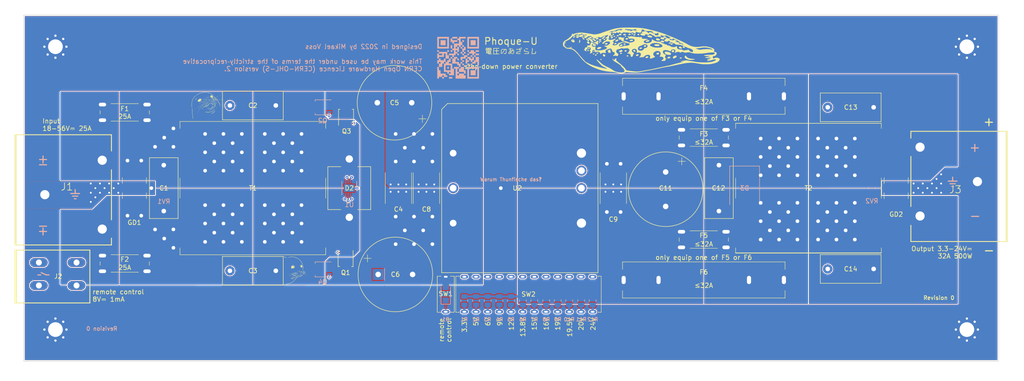
<source format=kicad_pcb>
(kicad_pcb (version 20211014) (generator pcbnew)
  (layers (0 "F.Cu" signal) (1 "In1.Cu" signal) (2 "In2.Cu" signal) (31 "B.Cu" signal) (34 "B.Paste" user) (35 "F.Paste" user) (36 "B.SilkS" user "B.Silkscreen") (37 "F.SilkS" user "F.Silkscreen") (38 "B.Mask" user) (39 "F.Mask" user) (44 "Edge.Cuts" user))
  (net 0 "")
  (net 1 "GND")
  (net 2 "/V_{in}+")
  (net 3 "/V_{in}-")
  (net 4 "/V_{out}+")
  (net 5 "/V_{out}-")
  (net 6 "/V_{in}±")
  (net 7 "/V_{in}∓")
  (net 8 "/G_{Q1}")
  (net 9 "/G_{Q2}")
  (net 10 "/G_{Q3}")
  (net 11 "/G_{Q4}")
  (net 12 "/V_{infuse}±")
  (net 13 "/V_{infuse}∓")
  (net 14 "/V_{infilt}±")
  (net 15 "/V_{infilt}∓")
  (net 16 "/V_{outfuse}-")
  (net 17 "/V_{outfuse}+")
  (net 18 "/V_{outfilt}+")
  (net 19 "/V_{outfilt}-")
  (net 20 "/On{slash}Off")
  (net 21 "/Trim")
  (net 22 "Net-(R1-Pad1)")
  (net 23 "Net-(R2-Pad1)")
  (net 24 "Net-(R3-Pad1)")
  (net 25 "Net-(R4-Pad1)")
  (net 26 "Net-(R5-Pad1)")
  (net 27 "Net-(R6-Pad1)")
  (net 28 "Net-(R7-Pad1)")
  (net 29 "Net-(R8-Pad1)")
  (net 30 "Net-(R9-Pad1)")
  (net 31 "Net-(R10-Pad1)")
  (net 32 "Net-(R11-Pad1)")
  (net 33 "Net-(R12-Pad1)")
  (footprint "Local:418127160912" (layer "F.Cu") (at 152.93 121.6075)
    (fp_text reference "SW2")
    (fp_text value "Voltage select")
  )
  (footprint "MountingHole:MountingHole_3.2mm_M3_Pad_Via" (layer "F.Cu") (at 49.9 67.7)
    (fp_text reference "H1" hide)
    (fp_text value "M3")
  )
  (footprint "Local:CP_Radial_D16.0mm_P7.50mm" (layer "F.Cu") (at 182.8 94.984746 -90)
    (fp_text reference "C11")
    (fp_text value "470 µ")
  )
  (footprint "Local:CMX1211Z181B-10" (layer "F.Cu") (at 213.9 98.4975)
    (fp_text reference "T2")
    (fp_text value "180 µ")
  )
  (footprint "LOGO" (layer "F.Cu") (at 83.2 80.8)
    (fp_text reference "G***" hide)
    (fp_text value "seal" hide)
  )
  (footprint "Local:KRM55WR71J226MH01" (layer "F.Cu") (at 130.695 98.4975 -90)
    (fp_text reference "C8")
    (fp_text value "22 µ")
  )
  (footprint "Local:KRM55WR71J226MH01" (layer "F.Cu") (at 171.4 98.4975 -90)
    (fp_text reference "C9")
    (fp_text value "22 µ")
  )
  (footprint "Local:CP_Radial_D16.0mm_P7.50mm" (layer "F.Cu") (at 127.495 79.8975 180)
    (fp_text reference "C5")
    (fp_text value "470 µ")
  )
  (footprint "Local:2604-1102" (layer "F.Cu") (at 46.295 121.997517 180)
    (fp_text reference "J2")
    (fp_text value "On / Off")
  )
  (footprint "MountingHole:MountingHole_3.2mm_M3_Pad_Via" (layer "F.Cu") (at 248.4 129.3)
    (fp_text reference "H4" hide)
    (fp_text value "M3")
  )
  (footprint "MountingHole:MountingHole_3.2mm_M3_Pad_Via" (layer "F.Cu") (at 49.9 129.3)
    (fp_text reference "H3" hide)
    (fp_text value "M3")
  )
  (footprint "Local:C_Disc_D13mm_W6.0mm_P10.00mm" (layer "F.Cu") (at 92.895 116.4975)
    (fp_text reference "C3")
    (fp_text value "4n7")
  )
  (footprint "Local:2036-NN-SM" (layer "F.Cu") (at 233 98.4975 90)
    (fp_text reference "GD2")
    (fp_text value "75 V")
  )
  (footprint "Local:2606-1103" (layer "F.Cu") (at 248.35 98.7975)
    (fp_text reference "J3")
    (fp_text value "3.3…24 V")
  )
  (footprint "Package_SO:Vishay_PowerPAK_1212-8_Single" (layer "F.Cu") (at 113.195 82.955 90)
    (fp_text reference "Q3")
    (fp_text value "SiR120DP")
  )
  (footprint "MountingHole:MountingHole_3.2mm_M3_Pad_Via" (layer "F.Cu") (at 248.4 67.7)
    (fp_text reference "H2" hide)
    (fp_text value "M3")
  )
  (footprint "Local:i7A4W033A033V-0C1" (layer "F.Cu") (at 150.4875 98.4975)
    (fp_text reference "U2")
    (fp_text value "i7A4W033A033V")
  )
  (footprint "Package_SO:Vishay_PowerPAK_1212-8_Single" (layer "F.Cu") (at 113.095 113.94 -90)
    (fp_text reference "Q1")
    (fp_text value "SiR120DP")
  )
  (footprint "LOGO" (layer "F.Cu") (at 101.1 116.1)
    (fp_text reference "G***" hide)
    (fp_text value "seal" hide)
  )
  (footprint "Local:418127160901" (layer "F.Cu") (at 134.9075 121.61)
    (fp_text reference "SW1")
    (fp_text value "Remote")
  )
  (footprint "LOGO" (layer "F.Cu") (at 177.5 68.5)
    (fp_text reference "G***" hide)
    (fp_text value "seal" hide)
  )
  (footprint "Local:8040" (layer "F.Cu") (at 191.1 118.4975)
    (fp_text reference "F6")
    (fp_text value "≤ 32 A")
  )
  (footprint "Local:CP_Radial_D16.0mm_P7.50mm" (layer "F.Cu") (at 120.182246 117.2975)
    (fp_text reference "C6")
    (fp_text value "470 µ")
  )
  (footprint "Local:8040" (layer "F.Cu") (at 191.1 78.4975)
    (fp_text reference "F4")
    (fp_text value "≤ 32 A")
  )
  (footprint "Local:C_Disc_D13mm_W6.0mm_P10.00mm" (layer "F.Cu") (at 92.895 80.4975 180)
    (fp_text reference "C2")
    (fp_text value "4n7")
  )
  (footprint "Local:CMX1211Z321B-10" (layer "F.Cu") (at 92.895 98.4975)
    (fp_text reference "T1")
    (fp_text value "320 µ")
  )
  (footprint "Local:C_Disc_D13mm_W6.0mm_P10.00mm" (layer "F.Cu") (at 73.495 98.4975 -90)
    (fp_text reference "C1")
    (fp_text value "4n7")
  )
  (footprint "Local:C_Disc_D13mm_W6.0mm_P10.00mm" (layer "F.Cu") (at 223.095 116.0975)
    (fp_text reference "C14")
    (fp_text value "4n7")
  )
  (footprint "Local:3557" (layer "F.Cu") (at 191.1 87.4975)
    (fp_text reference "F3")
    (fp_text value "≤ 32 A")
  )
  (footprint "Local:3557" (layer "F.Cu") (at 64.995 81.9975)
    (fp_text reference "F1")
    (fp_text value "25 A")
  )
  (footprint "Local:3557" (layer "F.Cu") (at 64.995 114.8975)
    (fp_text reference "F2")
    (fp_text value "25 A")
  )
  (footprint "Local:2036-NN-SM" (layer "F.Cu") (at 67.095 98.4975 -90)
    (fp_text reference "GD1")
    (fp_text value "75 V")
  )
  (footprint "Local:2606-1103" (layer "F.Cu") (at 49.945 98.1975 180)
    (fp_text reference "J1")
    (fp_text value "18…56 V")
  )
  (footprint "Local:KRM55WR71J226MH01" (layer "F.Cu") (at 124.595 98.5005 -90)
    (fp_text reference "C4")
    (fp_text value "22 µ")
  )
  (footprint "Local:C_Disc_D13mm_W6.0mm_P10.00mm" (layer "F.Cu") (at 194.4 98.4975 90)
    (fp_text reference "C12")
    (fp_text value "4n7")
  )
  (footprint "LOGO" (layer "F.Cu") (at 149.1 68.6)
    (fp_text reference "G***" hide)
    (fp_text value "電圧のあざらし" hide)
  )
  (footprint "Local:3557" (layer "F.Cu") (at 191.1 109.6975)
    (fp_text reference "F5")
    (fp_text value "≤ 32 A")
  )
  (footprint "Local:C_Disc_D13mm_W6.0mm_P10.00mm" (layer "F.Cu") (at 223.095 80.8975 180)
    (fp_text reference "C13")
    (fp_text value "4n7")
  )
  (footprint "Local:D_BZW50-56B_P12.70mm_Horizontal" (layer "F.Cu") (at 113.895 98.4975 90)
    (fp_text reference "D2")
    (fp_text value "56 V")
  )
  (footprint "Resistor_SMD:R_0805_2012Metric" (layer "B.Cu") (at 138.95 122.9975 90)
    (fp_text reference "R1")
    (fp_text value "820k")
  )
  (footprint "Resistor_SMD:R_0805_2012Metric" (layer "B.Cu") (at 146.6 122.9975 90)
    (fp_text reference "R4")
    (fp_text value "2k1")
  )
  (footprint "Package_DFN_QFN:DFN-8-1EP_3x3mm_P0.5mm_EP1.65x2.38mm" (layer "B.Cu") (at 113.895 98.4975 90)
    (fp_text reference "U1")
    (fp_text value "LT4320")
  )
  (footprint "Resistor_SMD:R_0805_2012Metric" (layer "B.Cu") (at 149.12 122.9975 90)
    (fp_text reference "R5")
    (fp_text value "1k13")
  )
  (footprint "Resistor_SMD:R_0805_2012Metric" (layer "B.Cu") (at 154.2 122.9975 90)
    (fp_text reference "R7")
    (fp_text value "649")
  )
  (footprint "Resistor_SMD:R_0805_2012Metric" (layer "B.Cu") (at 227.7 98.51 -90)
    (fp_text reference "RV2")
    (fp_text value "24 V")
  )
  (footprint "Resistor_SMD:R_0805_2012Metric" (layer "B.Cu") (at 166.9 123.01 90)
    (fp_text reference "R12")
    (fp_text value "41R2")
  )
  (footprint "Resistor_SMD:R_0805_2012Metric" (layer "B.Cu") (at 151.7 122.9975 90)
    (fp_text reference "R6")
    (fp_text value "806")
  )
  (footprint "Resistor_SMD:R_0805_2012Metric" (layer "B.Cu") (at 159.3 122.9975 90)
    (fp_text reference "R9")
    (fp_text value "294")
  )
  (footprint "Diode_SMD:D_SMF" (layer "B.Cu") (at 134.9 121.4975 90)
    (fp_text reference "D1")
    (fp_text value "8 V")
  )
  (footprint "Package_SO:Vishay_PowerPAK_1212-8_Single" (layer "B.Cu") (at 108.095 116.1975 180)
    (fp_text reference "Q4")
    (fp_text value "SiR120DP")
  )
  (footprint "Diode_SMD:D_SMC" (layer "B.Cu") (at 200 98.4975 -90)
    (fp_text reference "D3")
    (fp_text value "24 V")
  )
  (footprint "Resistor_SMD:R_0805_2012Metric" (layer "B.Cu") (at 161.8 122.9975 90)
    (fp_text reference "R10")
    (fp_text value "261")
  )
  (footprint "Resistor_SMD:R_0805_2012Metric" (layer "B.Cu") (at 164.4 122.9975 90)
    (fp_text reference "R11")
    (fp_text value "232")
  )
  (footprint "LOGO" (layer "B.Cu") (at 137.6 70.1 180)
    (fp_text reference "G***" hide)
    (fp_text value "LOGO" hide)
  )
  (footprint "Resistor_SMD:R_0805_2012Metric" (layer "B.Cu") (at 141.5 122.9975 90)
    (fp_text reference "R2")
    (fp_text value "8k76")
  )
  (footprint "Package_SO:Vishay_PowerPAK_1212-8_Single" (layer "B.Cu") (at 108.1 80.9 180)
    (fp_text reference "Q2")
    (fp_text value "SiR120DP")
  )
  (footprint "Resistor_SMD:R_0805_2012Metric" (layer "B.Cu") (at 144.04 122.9975 90)
    (fp_text reference "R3")
    (fp_text value "5k23")
  )
  (footprint "Resistor_SMD:R_0805_2012Metric" (layer "B.Cu") (at 73.495 98.485 -90)
    (fp_text reference "RV1")
    (fp_text value "56 V")
  )
  (footprint "Resistor_SMD:R_0805_2012Metric" (layer "B.Cu") (at 156.8 122.9975 90)
    (fp_text reference "R8")
    (fp_text value "536")
  )
  (gr_line (start 46.7 117.4) (end 46.1 117.4) (layer "B.SilkS") (width 0.25))
  (gr_line (start 46.8 116.9) (end 47.9 117.4) (layer "B.SilkS") (width 0.25))
  (gr_line (start 48.5 117.4) (end 47.9 117.4) (layer "B.SilkS") (width 0.25))
  (gr_rect (start 42.995 60.7975) (end 255.295 136.1975) (layer "Edge.Cuts") (width 0.1) (fill none))
  (gr_text "⏚" (at 245.3 97.2) (layer "B.SilkS") (effects (font (size 2 2) (thickness 0.25)) (justify mirror)))
  (gr_text "+" (at 250.125482 89.591902) (layer "B.SilkS") (effects (font (size 2 2) (thickness 0.25)) (justify mirror)))
  (gr_text "±" (at 47.2 92.5) (layer "B.SilkS") (effects (font (size 2 2) (thickness 0.25)) (justify mirror)))
  (gr_text "Revision 0" (at 60 129.1) (layer "B.SilkS") (effects (font (size 0.85 0.85)) (justify mirror)))
  (gr_text "∓" (at 47.2 107.4) (layer "B.SilkS") (effects (font (size 2 2) (thickness 0.25)) (justify mirror)))
  (gr_text "Designed in 2022 by Mikael Voss\n\nThis work may be used under the terms of the strictly‐reciprocative\nCERN Open Hardware Licence (CERN-OHL-S) version 2." (at 129.9 70.1) (layer "B.SilkS") (effects (font (size 1 1)) (justify left mirror)))
  (gr_text "-" (at 250.2 104.5) (layer "B.SilkS") (effects (font (size 2 2) (thickness 0.25)) (justify mirror)))
  (gr_text "⏚" (at 54.2 99.9) (layer "B.SilkS") (effects (font (size 2 2) (thickness 0.25)) (justify mirror)))
  (gr_text "Warum Thunfische das‽" (at 149.1 96.6) (layer "B.SilkS") (effects (font (size 0.75 0.75))))
  (gr_text "13.8 V" (at 151.7 128.8 90) (layer "F.SilkS") (effects (font (size 1 1))))
  (gr_text "remote control\n8 V⎓ 1 mA" (at 57.9 121.9) (layer "F.SilkS") (effects (font (size 1 1)) (justify left)))
  (gr_text "25 A" (at 65 115.8) (layer "F.SilkS") (effects (font (size 1 1))))
  (gr_text "19.5 V" (at 161.9 128.8 90) (layer "F.SilkS") (effects (font (size 1 1))))
  (gr_text "Phoque-U" (at 149.1 66.5) (layer "F.SilkS") (effects (font (size 1.5 1.5) (thickness 0.2))))
  (gr_text "≤ 32 A" (at 191.1 79.7) (layer "F.SilkS") (effects (font (size 1 1))))
  (gr_text "only equip one of F5 or F6" (at 191.1 113.6) (layer "F.SilkS") (effects (font (size 1 1))))
  (gr_text "24 V" (at 167 128.1 90) (layer "F.SilkS") (effects (font (size 1 1))))
  (gr_text "9 V" (at 146.7 127.6 90) (layer "F.SilkS") (effects (font (size 1 1))))
  (gr_text "Output 3.3 - 24 V⎓\n32 A 500 W" (at 249.7 112.5) (layer "F.SilkS") (effects (font (size 1 1)) (justify right)))
  (gr_text "Input\n18 - 56 V⎓ 25 A" (at 47 84.7) (layer "F.SilkS") (effects (font (size 1 1)) (justify left)))
  (gr_text "≤ 32 A" (at 191.1 88.5) (layer "F.SilkS") (effects (font (size 1 1))))
  (gr_text "3.3 V" (at 139 128.3 90) (layer "F.SilkS") (effects (font (size 1 1))))
  (gr_text "12 V" (at 149.2 128.1 90) (layer "F.SilkS") (effects (font (size 1 1))))
  (gr_text "25 A" (at 65 82.9) (layer "F.SilkS") (effects (font (size 1 1))))
  (gr_text "5 V" (at 141.5 127.6 90) (layer "F.SilkS") (effects (font (size 1 1))))
  (gr_text "16 V" (at 156.8 128.1 90) (layer "F.SilkS") (effects (font (size 1 1))))
  (gr_text "15 V" (at 154.2 128.1 90) (layer "F.SilkS") (effects (font (size 1 1))))
  (gr_text "≤ 32 A" (at 191.1 119.7) (layer "F.SilkS") (effects (font (size 1 1))))
  (gr_text "19 V" (at 159.3 128.1 90) (layer "F.SilkS") (effects (font (size 1 1))))
  (gr_text "-" (at 253.2 112) (layer "F.SilkS") (effects (font (size 2 2) (thickness 0.25))))
  (gr_text "20 V" (at 164.4 128.1 90) (layer "F.SilkS") (effects (font (size 1 1))))
  (gr_text "remote\ncontrol" (at 134.8 129.4 90) (layer "F.SilkS") (effects (font (size 1 1))))
  (gr_text "Revision 0" (at 242.3 122.4) (layer "F.SilkS") (effects (font (size 0.85 0.85))))
  (gr_text "only equip one of F3 or F4" (at 191.1 83.3) (layer "F.SilkS") (effects (font (size 1 1))))
  (gr_text "step‐down power converter" (at 149.1 72) (layer "F.SilkS") (effects (font (size 1 1))))
  (gr_text "≤ 32 A" (at 191.1 110.7) (layer "F.SilkS") (effects (font (size 1 1))))
  (gr_text "+" (at 253.2 84) (layer "F.SilkS") (effects (font (size 2 2) (thickness 0.25))))
  (gr_text "6 V" (at 144.1 127.6 90) (layer "F.SilkS") (effects (font (size 1 1))))
  (via (at 241.795 98.4975) (size 0.8) (drill 0.4) (layers "F.Cu" "B.Cu") (net 1))
  (via (at 241.795 96.4975) (size 0.8) (drill 0.4) (layers "F.Cu" "B.Cu") (net 1))
  (via (at 242.795 95.4975) (size 0.8) (drill 0.4) (layers "F.Cu" "B.Cu") (net 1))
  (via (at 239.795 98.4975) (size 0.8) (drill 0.4) (layers "F.Cu" "B.Cu") (net 1))
  (via (at 236.795 99.4975) (size 0.8) (drill 0.4) (layers "F.Cu" "B.Cu") (net 1))
  (via (at 58.595 98.4975) (size 0.8) (drill 0.4) (layers "F.Cu" "B.Cu") (net 1))
  (via (at 70.795 98.4975) (size 1.2) (drill 0.8) (layers "F.Cu" "B.Cu") (net 1))
  (via (at 57.595 97.4975) (size 0.8) (drill 0.4) (layers "F.Cu" "B.Cu") (net 1))
  (via (at 61.595 99.4975) (size 0.8) (drill 0.4) (layers "F.Cu" "B.Cu") (net 1))
  (via (at 242.795 99.4975) (size 0.8) (drill 0.4) (layers "F.Cu" "B.Cu") (net 1))
  (via (at 238.795 99.4975) (size 0.8) (drill 0.4) (layers "F.Cu" "B.Cu") (net 1))
  (via (at 58.595 100.4975) (size 0.8) (drill 0.4) (layers "F.Cu" "B.Cu") (net 1))
  (via (at 57.595 101.4975) (size 0.8) (drill 0.4) (layers "F.Cu" "B.Cu") (net 1))
  (via (at 237.795 98.4975) (size 0.8) (drill 0.4) (layers "F.Cu" "B.Cu") (net 1))
  (via (at 63.595 99.4975) (size 0.8) (drill 0.4) (layers "F.Cu" "B.Cu") (net 1))
  (via (at 240.795 99.4975) (size 0.8) (drill 0.4) (layers "F.Cu" "B.Cu") (net 1))
  (via (at 238.795 97.4975) (size 0.8) (drill 0.4) (layers "F.Cu" "B.Cu") (net 1))
  (via (at 236.795 97.4975) (size 0.8) (drill 0.4) (layers "F.Cu" "B.Cu") (net 1))
  (via (at 60.595 98.4975) (size 0.8) (drill 0.4) (layers "F.Cu" "B.Cu") (net 1))
  (via (at 242.795 97.4975) (size 0.8) (drill 0.4) (layers "F.Cu" "B.Cu") (net 1))
  (via (at 57.595 99.4975) (size 0.8) (drill 0.4) (layers "F.Cu" "B.Cu") (net 1))
  (via (at 59.595 99.4975) (size 0.8) (drill 0.4) (layers "F.Cu" "B.Cu") (net 1))
  (via (at 62.595 98.4975) (size 0.8) (drill 0.4) (layers "F.Cu" "B.Cu") (net 1))
  (via (at 146.895 98.4975) (size 1.2) (drill 0.8) (layers "F.Cu" "B.Cu") (net 1))
  (via (at 61.595 97.4975) (size 0.8) (drill 0.4) (layers "F.Cu" "B.Cu") (net 1))
  (via (at 240.795 97.4975) (size 0.8) (drill 0.4) (layers "F.Cu" "B.Cu") (net 1))
  (via (at 63.595 97.4975) (size 0.8) (drill 0.4) (layers "F.Cu" "B.Cu") (net 1))
  (via (at 59.595 97.4975) (size 0.8) (drill 0.4) (layers "F.Cu" "B.Cu") (net 1))
  (via (at 113.386098 96.152133) (size 0.6) (drill 0.2) (layers "F.Cu" "B.Cu") (net 2))
  (via (at 127.995 86.6975) (size 1.2) (drill 0.8) (layers "F.Cu" "B.Cu") (net 2))
  (via (at 126.295 97.6975) (size 0.8) (drill 0.4) (layers "F.Cu" "B.Cu") (net 2))
  (via (at 129.995 89.6975) (size 1.2) (drill 0.8) (layers "F.Cu" "B.Cu") (net 2))
  (via (at 131.995 92.6975) (size 1.2) (drill 0.8) (layers "F.Cu" "B.Cu") (net 2))
  (via (at 128.995 97.6975) (size 0.8) (drill 0.4) (layers "F.Cu" "B.Cu") (net 2))
  (via (at 125.995 89.6975) (size 1.2) (drill 0.8) (layers "F.Cu" "B.Cu") (net 2))
  (via (at 132.395 97.6975) (size 0.8) (drill 0.4) (layers "F.Cu" "B.Cu") (net 2))
  (via (at 127.995 92.6975) (size 1.2) (drill 0.8) (layers "F.Cu" "B.Cu") (net 2))
  (via (at 124 86.7) (size 1.2) (drill 0.8) (layers "F.Cu" "B.Cu") (net 2))
  (via (at 131.995 86.6975) (size 1.2) (drill 0.8) (layers "F.Cu" "B.Cu") (net 2))
  (via (at 130.695 97.6975) (size 0.8) (drill 0.4) (layers "F.Cu" "B.Cu") (net 2))
  (via (at 124.6 97.7) (size 0.8) (drill 0.4) (layers "F.Cu" "B.Cu") (net 2))
  (via (at 122.9 97.7) (size 0.8) (drill 0.4) (layers "F.Cu" "B.Cu") (net 2))
  (via (at 124 92.7) (size 1.2) (drill 0.8) (layers "F.Cu" "B.Cu") (net 2))
  (segment (start 113.645 96.411035) (end 113.386098 96.152133) (width 0.2) (layer "B.Cu") (net 2))
  (segment (start 113.645 97.0475) (end 113.645 96.411035) (width 0.2) (layer "B.Cu") (net 2))
  (via (at 131.995 104.6975) (size 1.2) (drill 0.8) (layers "F.Cu" "B.Cu") (net 3))
  (via (at 124.6 99.3) (size 0.8) (drill 0.4) (layers "F.Cu" "B.Cu") (net 3))
  (via (at 127.995 110.6975) (size 1.2) (drill 0.8) (layers "F.Cu" "B.Cu") (net 3))
  (via (at 115.59 98.5) (size 0.6) (drill 0.2) (layers "F.Cu" "B.Cu") (net 3))
  (via (at 125.995 107.6975) (size 1.2) (drill 0.8) (layers "F.Cu" "B.Cu") (net 3))
  (via (at 127.995 104.6975) (size 1.2) (drill 0.8) (layers "F.Cu" "B.Cu") (net 3))
  (via (at 122.9 99.3) (size 0.8) (drill 0.4) (layers "F.Cu" "B.Cu") (net 3))
  (via (at 132.395 99.2975) (size 0.8) (drill 0.4) (layers "F.Cu" "B.Cu") (net 3))
  (via (at 126.295 99.2975) (size 0.8) (drill 0.4) (layers "F.Cu" "B.Cu") (net 3))
  (via (at 128.995 99.2975) (size 0.8) (drill 0.4) (layers "F.Cu" "B.Cu") (net 3))
  (via (at 129.995 107.6975) (size 1.2) (drill 0.8) (layers "F.Cu" "B.Cu") (net 3))
  (via (at 130.695 99.2975) (size 0.8) (drill 0.4) (layers "F.Cu" "B.Cu") (net 3))
  (via (at 124 110.7) (size 1.2) (drill 0.8) (layers "F.Cu" "B.Cu") (net 3))
  (via (at 131.995 110.6975) (size 1.2) (drill 0.8) (layers "F.Cu" "B.Cu") (net 3))
  (via (at 124 104.7) (size 1.2) (drill 0.8) (layers "F.Cu" "B.Cu") (net 3))
  (segment (start 115.5875 98.4975) (end 115.59 98.5) (width 0.2) (layer "B.Cu") (net 3))
  (segment (start 134.9075 117.8) (end 134.9075 120.04) (width 0.25) (layer "B.Cu") (net 3))
  (segment (start 113.895 98.4975) (end 115.5875 98.4975) (width 0.2) (layer "B.Cu") (net 3))
  (segment (start 113.145 97.7475) (end 113.895 98.4975) (width 0.2) (layer "B.Cu") (net 3))
  (segment (start 113.145 97.0475) (end 113.145 97.7475) (width 0.2) (layer "B.Cu") (net 3))
  (segment (start 134.9075 120.04) (end 134.9 120.0475) (width 0.25) (layer "B.Cu") (net 3))
  (via (at 169.995 93.1975) (size 1.2) (drill 0.8) (layers "F.Cu" "B.Cu") (net 4))
  (via (at 169.695 97.6975) (size 0.8) (drill 0.4) (layers "F.Cu" "B.Cu") (net 4))
  (via (at 171.395 97.6975) (size 0.8) (drill 0.4) (layers "F.Cu" "B.Cu") (net 4))
  (via (at 172.995 93.1975) (size 1.2) (drill 0.8) (layers "F.Cu" "B.Cu") (net 4))
  (via (at 173.095 97.6975) (size 0.8) (drill 0.4) (layers "F.Cu" "B.Cu") (net 4))
  (via (at 171.395 99.2975) (size 0.8) (drill 0.4) (layers "F.Cu" "B.Cu") (net 5))
  (via (at 172.995 103.6975) (size 1.2) (drill 0.8) (layers "F.Cu" "B.Cu") (net 5))
  (via (at 169.995 103.6975) (size 1.2) (drill 0.8) (layers "F.Cu" "B.Cu") (net 5))
  (via (at 173.095 99.2975) (size 0.8) (drill 0.4) (layers "F.Cu" "B.Cu") (net 5))
  (via (at 169.695 99.2975) (size 0.8) (drill 0.4) (layers "F.Cu" "B.Cu") (net 5))
  (segment (start 138.95 122.085) (end 166.8875 122.085) (width 0.5) (layer "B.Cu") (net 5))
  (segment (start 111.415 112.505) (end 111.41 112.5) (width 0.2) (layer "F.Cu") (net 8))
  (segment (start 112.105 112.505) (end 111.415 112.505) (width 0.2) (layer "F.Cu") (net 8))
  (via (at 111.41 112.5) (size 0.6) (drill 0.2) (layers "F.Cu" "B.Cu") (net 8))
  (via (at 114.35 100.87) (size 0.6) (drill 0.2) (layers "F.Cu" "B.Cu") (net 8))
  (segment (start 114.145 99.9475) (end 114.145 100.665) (width 0.2) (layer "B.Cu") (net 8))
  (segment (start 114.145 100.665) (end 114.35 100.87) (width 0.2) (layer "B.Cu") (net 8))
  (via (at 109.5 82.7) (size 0.6) (drill 0.2) (layers "F.Cu" "B.Cu") (net 9))
  (via (at 113.645643 101.248266) (size 0.6) (drill 0.2) (layers "F.Cu" "B.Cu") (net 9))
  (segment (start 113.645 99.9475) (end 113.645 101.247623) (width 0.2) (layer "B.Cu") (net 9))
  (segment (start 113.645 101.247623) (end 113.645643 101.248266) (width 0.2) (layer "B.Cu") (net 9))
  (segment (start 109.5 81.94875) (end 109.5 82.65125) (width 0.2) (layer "B.Cu") (net 9))
  (segment (start 114.88 84.39) (end 114.89 84.38) (width 0.2) (layer "F.Cu") (net 10))
  (segment (start 114.185 84.39) (end 114.88 84.39) (width 0.2) (layer "F.Cu") (net 10))
  (via (at 114.397559 96.154301) (size 0.6) (drill 0.2) (layers "F.Cu" "B.Cu") (net 10))
  (via (at 114.89 84.38) (size 0.6) (drill 0.2) (layers "F.Cu" "B.Cu") (net 10))
  (segment (start 114.145 97.0475) (end 114.145 96.40686) (width 0.2) (layer "B.Cu") (net 10))
  (segment (start 114.145 96.40686) (end 114.397559 96.154301) (width 0.2) (layer "B.Cu") (net 10))
  (via (at 109.53 117.89) (size 0.6) (drill 0.2) (layers "F.Cu" "B.Cu") (net 11))
  (via (at 112.949943 100.854305) (size 0.6) (drill 0.2) (layers "F.Cu" "B.Cu") (net 11))
  (segment (start 113.145 100.659248) (end 112.949943 100.854305) (width 0.2) (layer "B.Cu") (net 11))
  (segment (start 109.53 117.1875) (end 109.53 117.89) (width 0.2) (layer "B.Cu") (net 11))
  (segment (start 113.145 99.9475) (end 113.145 100.659248) (width 0.2) (layer "B.Cu") (net 11))
  (via (at 88.495 88.6975) (size 1.2) (drill 0.8) (layers "F.Cu" "B.Cu") (net 12))
  (via (at 84.495 92.6975) (size 1.2) (drill 0.8) (layers "F.Cu" "B.Cu") (net 12))
  (via (at 82.495 94.6975) (size 1.2) (drill 0.8) (layers "F.Cu" "B.Cu") (net 12))
  (via (at 82.495 86.6975) (size 1.2) (drill 0.8) (layers "F.Cu" "B.Cu") (net 12))
  (via (at 82.495 90.6975) (size 1.2) (drill 0.8) (layers "F.Cu" "B.Cu") (net 12))
  (via (at 86.495 90.6975) (size 1.2) (drill 0.8) (layers "F.Cu" "B.Cu") (net 12))
  (via (at 88.495 92.6975) (size 1.2) (drill 0.8) (layers "F.Cu" "B.Cu") (net 12))
  (via (at 75.595 85.4975) (size 1.2) (drill 0.8) (layers "F.Cu" "B.Cu") (net 12))
  (via (at 86.495 86.6975) (size 1.2) (drill 0.8) (layers "F.Cu" "B.Cu") (net 12))
  (via (at 86.495 94.6975) (size 1.2) (drill 0.8) (layers "F.Cu" "B.Cu") (net 12))
  (via (at 84.495 88.6975) (size 1.2) (drill 0.8) (layers "F.Cu" "B.Cu") (net 12))
  (via (at 90.495 94.6975) (size 1.2) (drill 0.8) (layers "F.Cu" "B.Cu") (net 12))
  (via (at 65.595 92.4975) (size 1.2) (drill 0.8) (layers "F.Cu" "B.Cu") (net 12))
  (via (at 90.495 86.6975) (size 1.2) (drill 0.8) (layers "F.Cu" "B.Cu") (net 12))
  (via (at 90.495 90.6975) (size 1.2) (drill 0.8) (layers "F.Cu" "B.Cu") (net 12))
  (via (at 68.595 92.4975) (size 1.2) (drill 0.8) (layers "F.Cu" "B.Cu") (net 12))
  (via (at 75.595 89.4975) (size 1.2) (drill 0.8) (layers "F.Cu" "B.Cu") (net 12))
  (via (at 73.595 87.4975) (size 1.2) (drill 0.8) (layers "F.Cu" "B.Cu") (net 12))
  (via (at 71.595 89.4975) (size 1.2) (drill 0.8) (layers "F.Cu" "B.Cu") (net 12))
  (via (at 86.495 110.1975) (size 1.2) (drill 0.8) (layers "F.Cu" "B.Cu") (net 13))
  (via (at 73.594999 109.479237) (size 1.2) (drill 0.8) (layers "F.Cu" "B.Cu") (net 13))
  (via (at 90.495 102.1975) (size 1.2) (drill 0.8) (layers "F.Cu" "B.Cu") (net 13))
  (via (at 65.595 104.4975) (size 1.2) (drill 0.8) (layers "F.Cu" "B.Cu") (net 13))
  (via (at 84.495 104.1975) (size 1.2) (drill 0.8) (layers "F.Cu" "B.Cu") (net 13))
  (via (at 71.595 107.4975) (size 1.2) (drill 0.8) (layers "F.Cu" "B.Cu") (net 13))
  (via (at 86.495 106.1975) (size 1.2) (drill 0.8) (layers "F.Cu" "B.Cu") (net 13))
  (via (at 84.495 108.1975) (size 1.2) (drill 0.8) (layers "F.Cu" "B.Cu") (net 13))
  (via (at 88.495 104.1975) (size 1.2) (drill 0.8) (layers "F.Cu" "B.Cu") (net 13))
  (via (at 88.495 108.1975) (size 1.2) (drill 0.8) (layers "F.Cu" "B.Cu") (net 13))
  (via (at 90.495 106.1975) (size 1.2) (drill 0.8) (layers "F.Cu" "B.Cu") (net 13))
  (via (at 75.588177 107.48606) (size 1.2) (drill 0.8) (layers "F.Cu" "B.Cu") (net 13))
  (via (at 82.495 110.1975) (size 1.2) (drill 0.8) (layers "F.Cu" "B.Cu") (net 13))
  (via (at 86.495 102.1975) (size 1.2) (drill 0.8) (layers "F.Cu" "B.Cu") (net 13))
  (via (at 68.595 104.4975) (size 1.2) (drill 0.8) (layers "F.Cu" "B.Cu") (net 13))
  (via (at 82.495 102.1975) (size 1.2) (drill 0.8) (layers "F.Cu" "B.Cu") (net 13))
  (via (at 82.495 106.1975) (size 1.2) (drill 0.8) (layers "F.Cu" "B.Cu") (net 13))
  (via (at 75.588177 111.493619) (size 1.2) (drill 0.8) (layers "F.Cu" "B.Cu") (net 13))
  (via (at 90.495 110.1975) (size 1.2) (drill 0.8) (layers "F.Cu" "B.Cu") (net 13))
  (via (at 103.495 90.6975) (size 1.2) (drill 0.8) (layers "F.Cu" "B.Cu") (net 14))
  (via (at 101.495 92.6975) (size 1.2) (drill 0.8) (layers "F.Cu" "B.Cu") (net 14))
  (via (at 97.495 92.6975) (size 1.2) (drill 0.8) (layers "F.Cu" "B.Cu") (net 14))
  (via (at 95.495 90.6975) (size 1.2) (drill 0.8) (layers "F.Cu" "B.Cu") (net 14))
  (via (at 103.495 86.6975) (size 1.2) (drill 0.8) (layers "F.Cu" "B.Cu") (net 14))
  (via (at 95.495 94.6975) (size 1.2) (drill 0.8) (layers "F.Cu" "B.Cu") (net 14))
  (via (at 99.495 90.6975) (size 1.2) (drill 0.8) (layers "F.Cu" "B.Cu") (net 14))
  (via (at 101.495 88.6975) (size 1.2) (drill 0.8) (layers "F.Cu" "B.Cu") (net 14))
  (via (at 99.495 86.6975) (size 1.2) (drill 0.8) (layers "F.Cu" "B.Cu") (net 14))
  (via (at 95.495 86.6975) (size 1.2) (drill 0.8) (layers "F.Cu" "B.Cu") (net 14))
  (via (at 103.495 94.6975) (size 1.2) (drill 0.8) (layers "F.Cu" "B.Cu") (net 14))
  (via (at 99.495 94.6975) (size 1.2) (drill 0.8) (layers "F.Cu" "B.Cu") (net 14))
  (via (at 97.495 88.6975) (size 1.2) (drill 0.8) (layers "F.Cu" "B.Cu") (net 14))
  (via (at 103.495 102.1975) (size 1.2) (drill 0.8) (layers "F.Cu" "B.Cu") (net 15))
  (via (at 97.495 108.1975) (size 1.2) (drill 0.8) (layers "F.Cu" "B.Cu") (net 15))
  (via (at 103.495 110.1975) (size 1.2) (drill 0.8) (layers "F.Cu" "B.Cu") (net 15))
  (via (at 99.495 110.1975) (size 1.2) (drill 0.8) (layers "F.Cu" "B.Cu") (net 15))
  (via (at 101.495 108.1975) (size 1.2) (drill 0.8) (layers "F.Cu" "B.Cu") (net 15))
  (via (at 95.495 102.1975) (size 1.2) (drill 0.8) (layers "F.Cu" "B.Cu") (net 15))
  (via (at 95.495 106.1975) (size 1.2) (drill 0.8) (layers "F.Cu" "B.Cu") (net 15))
  (via (at 103.495 106.1975) (size 1.2) (drill 0.8) (layers "F.Cu" "B.Cu") (net 15))
  (via (at 101.495 104.1975) (size 1.2) (drill 0.8) (layers "F.Cu" "B.Cu") (net 15))
  (via (at 99.495 102.1975) (size 1.2) (drill 0.8) (layers "F.Cu" "B.Cu") (net 15))
  (via (at 99.495 106.1975) (size 1.2) (drill 0.8) (layers "F.Cu" "B.Cu") (net 15))
  (via (at 95.495 110.1975) (size 1.2) (drill 0.8) (layers "F.Cu" "B.Cu") (net 15))
  (via (at 97.495 104.1975) (size 1.2) (drill 0.8) (layers "F.Cu" "B.Cu") (net 15))
  (via (at 211.495 105.6975) (size 1.2) (drill 0.8) (layers "F.Cu" "B.Cu") (net 16))
  (via (at 207.495 109.6975) (size 1.2) (drill 0.8) (layers "F.Cu" "B.Cu") (net 16))
  (via (at 205.495 103.6975) (size 1.2) (drill 0.8) (layers "F.Cu" "B.Cu") (net 16))
  (via (at 211.495 109.6975) (size 1.2) (drill 0.8) (layers "F.Cu" "B.Cu") (net 16))
  (via (at 209.495 107.6975) (size 1.2) (drill 0.8) (layers "F.Cu" "B.Cu") (net 16))
  (via (at 203.495 105.6975) (size 1.2) (drill 0.8) (layers "F.Cu" "B.Cu") (net 16))
  (via (at 207.495 105.6975) (size 1.2) (drill 0.8) (layers "F.Cu" "B.Cu") (net 16))
  (via (at 211.495 101.6975) (size 1.2) (drill 0.8) (layers "F.Cu" "B.Cu") (net 16))
  (via (at 203.495 101.6975) (size 1.2) (drill 0.8) (layers "F.Cu" "B.Cu") (net 16))
  (via (at 205.495 107.6975) (size 1.2) (drill 0.8) (layers "F.Cu" "B.Cu") (net 16))
  (via (at 207.495 101.6975) (size 1.2) (drill 0.8) (layers "F.Cu" "B.Cu") (net 16))
  (via (at 209.495 103.6975) (size 1.2) (drill 0.8) (layers "F.Cu" "B.Cu") (net 16))
  (via (at 203.495 109.6975) (size 1.2) (drill 0.8) (layers "F.Cu" "B.Cu") (net 16))
  (via (at 203.495 95.6975) (size 1.2) (drill 0.8) (layers "F.Cu" "B.Cu") (net 17))
  (via (at 207.495 91.6975) (size 1.2) (drill 0.8) (layers "F.Cu" "B.Cu") (net 17))
  (via (at 209.495 89.6975) (size 1.2) (drill 0.8) (layers "F.Cu" "B.Cu") (net 17))
  (via (at 207.495 95.6975) (size 1.2) (drill 0.8) (layers "F.Cu" "B.Cu") (net 17))
  (via (at 207.495 87.6975) (size 1.2) (drill 0.8) (layers "F.Cu" "B.Cu") (net 17))
  (via (at 205.495 89.6975) (size 1.2) (drill 0.8) (layers "F.Cu" "B.Cu") (net 17))
  (via (at 211.495 87.6975) (size 1.2) (drill 0.8) (layers "F.Cu" "B.Cu") (net 17))
  (via (at 209.495 93.6975) (size 1.2) (drill 0.8) (layers "F.Cu" "B.Cu") (net 17))
  (via (at 203.495 91.6975) (size 1.2) (drill 0.8) (layers "F.Cu" "B.Cu") (net 17))
  (via (at 203.495 87.6975) (size 1.2) (drill 0.8) (layers "F.Cu" "B.Cu") (net 17))
  (via (at 211.495 95.6975) (size 1.2) (drill 0.8) (layers "F.Cu" "B.Cu") (net 17))
  (via (at 205.495 93.6975) (size 1.2) (drill 0.8) (layers "F.Cu" "B.Cu") (net 17))
  (via (at 211.495 91.6975) (size 1.2) (drill 0.8) (layers "F.Cu" "B.Cu") (net 17))
  (via (at 223.995 95.6975) (size 1.2) (drill 0.8) (layers "F.Cu" "B.Cu") (net 18))
  (via (at 221.995 93.6975) (size 1.2) (drill 0.8) (layers "F.Cu" "B.Cu") (net 18))
  (via (at 217.995 93.6975) (size 1.2) (drill 0.8) (layers "F.Cu" "B.Cu") (net 18))
  (via (at 217.995 89.6975) (size 1.2) (drill 0.8) (layers "F.Cu" "B.Cu") (net 18))
  (via (at 223.995 91.6975) (size 1.2) (drill 0.8) (layers "F.Cu" "B.Cu") (net 18))
  (via (at 219.995 87.6975) (size 1.2) (drill 0.8) (layers "F.Cu" "B.Cu") (net 18))
  (via (at 223.995 87.6975) (size 1.2) (drill 0.8) (layers "F.Cu" "B.Cu") (net 18))
  (via (at 219.995 95.6975) (size 1.2) (drill 0.8) (layers "F.Cu" "B.Cu") (net 18))
  (via (at 221.995 89.6975) (size 1.2) (drill 0.8) (layers "F.Cu" "B.Cu") (net 18))
  (via (at 215.995 87.6975) (size 1.2) (drill 0.8) (layers "F.Cu" "B.Cu") (net 18))
  (via (at 215.995 91.6975) (size 1.2) (drill 0.8) (layers "F.Cu" "B.Cu") (net 18))
  (via (at 215.995 95.6975) (size 1.2) (drill 0.8) (layers "F.Cu" "B.Cu") (net 18))
  (via (at 219.995 91.6975) (size 1.2) (drill 0.8) (layers "F.Cu" "B.Cu") (net 18))
  (via (at 223.995 101.6975) (size 1.2) (drill 0.8) (layers "F.Cu" "B.Cu") (net 19))
  (via (at 215.995 105.6975) (size 1.2) (drill 0.8) (layers "F.Cu" "B.Cu") (net 19))
  (via (at 217.995 103.6975) (size 1.2) (drill 0.8) (layers "F.Cu" "B.Cu") (net 19))
  (via (at 217.995 107.6975) (size 1.2) (drill 0.8) (layers "F.Cu" "B.Cu") (net 19))
  (via (at 215.995 109.6975) (size 1.2) (drill 0.8) (layers "F.Cu" "B.Cu") (net 19))
  (via (at 219.995 109.6975) (size 1.2) (drill 0.8) (layers "F.Cu" "B.Cu") (net 19))
  (via (at 223.995 105.6975) (size 1.2) (drill 0.8) (layers "F.Cu" "B.Cu") (net 19))
  (via (at 221.995 107.6975) (size 1.2) (drill 0.8) (layers "F.Cu" "B.Cu") (net 19))
  (via (at 221.995 103.6975) (size 1.2) (drill 0.8) (layers "F.Cu" "B.Cu") (net 19))
  (via (at 223.995 109.6975) (size 1.2) (drill 0.8) (layers "F.Cu" "B.Cu") (net 19))
  (via (at 219.995 105.6975) (size 1.2) (drill 0.8) (layers "F.Cu" "B.Cu") (net 19))
  (via (at 215.995 101.6975) (size 1.2) (drill 0.8) (layers "F.Cu" "B.Cu") (net 19))
  (via (at 219.995 101.6975) (size 1.2) (drill 0.8) (layers "F.Cu" "B.Cu") (net 19))
  (segment (start 134.9 122.9475) (end 134.9 125.4125) (width 0.2) (layer "B.Cu") (net 20))
  (segment (start 134.9 125.4125) (end 134.9075 125.42) (width 0.2) (layer "B.Cu") (net 20))
  (segment (start 138.95 123.91) (end 138.95 125.4075) (width 0.5) (layer "B.Cu") (net 22))
  (segment (start 141.51 123.91) (end 141.51 125.4075) (width 0.5) (layer "B.Cu") (net 23))
  (segment (start 144.04 123.91) (end 144.04 125.4175) (width 0.5) (layer "B.Cu") (net 24))
  (segment (start 146.58 123.91) (end 146.58 125.4175) (width 0.5) (layer "B.Cu") (net 25))
  (segment (start 149.12 123.91) (end 149.12 125.4175) (width 0.5) (layer "B.Cu") (net 26))
  (segment (start 151.7 123.91) (end 151.7 125.3775) (width 0.5) (layer "B.Cu") (net 27))
  (segment (start 154.2 123.91) (end 154.2 125.4175) (width 0.5) (layer "B.Cu") (net 28))
  (segment (start 156.8 123.91) (end 156.8 125.3575) (width 0.5) (layer "B.Cu") (net 29))
  (segment (start 159.3 123.91) (end 159.3 125.3975) (width 0.5) (layer "B.Cu") (net 30))
  (segment (start 161.8 123.91) (end 161.8 125.3975) (width 0.5) (layer "B.Cu") (net 31))
  (segment (start 164.4 123.91) (end 164.4 125.3775) (width 0.5) (layer "B.Cu") (net 32))
  (segment (start 166.9 123.9225) (end 166.9 125.4175) (width 0.5) (layer "B.Cu") (net 33))
  (zone (net 18) (net_name "/V_{outfilt}+") (layers F&B.Cu) (priority 1) (connect_pads yes (clearance 0.2)) (min_thickness 0.127) (fill yes (thermal_gap 0.508) (thermal_bridge_width 0.508))
    (polygon (pts (xy 246.4 73.6975) (xy 246.4 98.3975) (xy 214 98.4) (xy 213.995 73.69752)))
  )
  (zone (net 13) (net_name "/V_{infuse}∓") (layers F&B.Cu) (priority 2) (connect_pads yes (clearance 0.2)) (min_thickness 0.127) (fill yes (thermal_gap 0.508) (thermal_bridge_width 0.508))
    (polygon (pts (xy 92.8 119.5) (xy 63.895 119.4975) (xy 63.895 98.5975) (xy 92.8 98.6)))
  )
  (zone (net 3) (net_name "/V_{in}-") (layer "F.Cu") (priority 2) (connect_pads yes (clearance 0.2)) (min_thickness 0.127) (fill yes (thermal_gap 0.508) (thermal_bridge_width 0.508))
    (polygon (pts (xy 143 119.5) (xy 121.7 119.5) (xy 121.7 99.6) (xy 122.7 98.6) (xy 143 98.6)))
  )
  (zone (net 2) (net_name "/V_{in}+") (layer "F.Cu") (priority 2) (connect_pads yes (clearance 0.2)) (min_thickness 0.127) (fill yes (thermal_gap 0.508) (thermal_bridge_width 0.508))
    (polygon (pts (xy 143 98.4) (xy 122.6 98.4) (xy 122.6 77.5) (xy 143 77.5)))
  )
  (zone (net 12) (net_name "/V_{infuse}±") (layers F&B.Cu) (priority 1) (connect_pads yes (clearance 0.2)) (min_thickness 0.127) (fill yes (thermal_gap 0.508) (thermal_bridge_width 0.508))
    (polygon (pts (xy 92.795 98.3975) (xy 63.895 98.3975) (xy 63.895 77.4975) (xy 92.795 77.4975)))
  )
  (zone (net 7) (net_name "/V_{in}∓") (layers F&B.Cu) (priority 1) (connect_pads yes (clearance 0.2)) (min_thickness 0.127) (fill yes (thermal_gap 0.508) (thermal_bridge_width 0.508))
    (polygon (pts (xy 63.695 119.4975) (xy 50.995 119.4975) (xy 50.995 98.6975) (xy 63.695 98.6975)))
  )
  (zone (net 1) (net_name "GND") (layers "F.Cu" "In2.Cu" "B.Cu") (priority 3) (connect_pads yes (clearance 0.2)) (min_thickness 0.127) (fill yes (thermal_gap 0.508) (thermal_bridge_width 0.508))
    (polygon (pts (xy 71.595 99.9975) (xy 60.995 99.9975) (xy 57.895 102.9975) (xy 43.895 102.9975) (xy 43.895 96.9975) (xy 71.595 96.9975)))
  )
  (zone (net 4) (net_name "/V_{out}+") (layers F&B.Cu) (priority 3) (connect_pads yes (clearance 0.2)) (min_thickness 0.127) (fill yes (thermal_gap 0.508) (thermal_bridge_width 0.508))
    (polygon (pts (xy 191 98.4) (xy 150.6 98.3975) (xy 150.6 73.6975) (xy 191 73.6975)))
  )
  (zone (net 15) (net_name "/V_{infilt}∓") (layers F&B.Cu) (priority 2) (connect_pads yes (clearance 0.2)) (min_thickness 0.127) (fill yes (thermal_gap 0.508) (thermal_bridge_width 0.508))
    (polygon (pts (xy 116.1 112.1) (xy 114.799999 113.397928) (xy 109.5 113.4) (xy 108.499974 114.4) (xy 108.499839 119.49984) (xy 93 119.49734) (xy 93 98.6) (xy 116.1 98.6)))
  )
  (zone (net 14) (net_name "/V_{infilt}±") (layers F&B.Cu) (priority 2) (connect_pads yes (clearance 0.2)) (min_thickness 0.127) (fill yes (thermal_gap 0.508) (thermal_bridge_width 0.508))
    (polygon (pts (xy 116.1 98.4) (xy 92.994969 98.3975) (xy 92.995162 77.4975) (xy 108.5 77.5) (xy 108.5 82.7) (xy 109.4 83.6) (xy 114.9 83.6) (xy 116.1 84.7)))
  )
  (zone (net 5) (net_name "/V_{out}-") (layers F&B.Cu) (priority 3) (connect_pads yes (clearance 0.2)) (min_thickness 0.127) (fill yes (thermal_gap 0.508) (thermal_bridge_width 0.508))
    (polygon (pts (xy 191 123.7) (xy 150.6 123.6975) (xy 150.6 98.5975) (xy 191 98.6)))
  )
  (zone (net 17) (net_name "/V_{outfuse}+") (layers F&B.Cu) (priority 1) (connect_pads yes (clearance 0.2)) (min_thickness 0.127) (fill yes (thermal_gap 0.508) (thermal_bridge_width 0.508))
    (polygon (pts (xy 213.8 98.4) (xy 191.2 98.4) (xy 191.2 73.7) (xy 213.795 73.7)))
  )
  (zone (net 19) (net_name "/V_{outfilt}-") (layers F&B.Cu) (priority 1) (connect_pads yes (clearance 0.2)) (min_thickness 0.127) (fill yes (thermal_gap 0.508) (thermal_bridge_width 0.508))
    (polygon (pts (xy 246.4 123.6975) (xy 214 123.6975) (xy 214 98.6) (xy 246.4 98.6)))
  )
  (zone (net 16) (net_name "/V_{outfuse}-") (layers F&B.Cu) (priority 1) (connect_pads yes (clearance 0.2)) (min_thickness 0.127) (fill yes (thermal_gap 0.508) (thermal_bridge_width 0.508))
    (polygon (pts (xy 213.8 123.6975) (xy 191.2 123.6975) (xy 191.2 98.6) (xy 213.8 98.6)))
  )
  (zone (net 6) (net_name "/V_{in}±") (layers F&B.Cu) (priority 2) (connect_pads yes (clearance 0.2)) (min_thickness 0.127) (fill yes (thermal_gap 0.508) (thermal_bridge_width 0.508))
    (polygon (pts (xy 63.695 98.2975) (xy 50.995 98.2975) (xy 50.995 77.4975) (xy 63.695 77.4975)))
  )
  (zone (net 1) (net_name "GND") (layers F&B.Cu) (priority 2) (connect_pads yes (clearance 0.2)) (min_thickness 0.127) (fill yes (thermal_gap 0.508) (thermal_bridge_width 0.508))
    (polygon (pts (xy 229.9 96.9975) (xy 240.5 96.9975) (xy 243.6 93.9975) (xy 255.3 93.9975) (xy 255.3 99.9975) (xy 229.9 99.9975)))
  )
  (zone (net 1) (net_name "GND") (layers "F.Cu" "In2.Cu" "B.Cu") (connect_pads yes (clearance 0.2)) (min_thickness 0.127) (fill yes (thermal_gap 0.508) (thermal_bridge_width 0.508))
    (polygon (pts (xy 255.295 136.1975) (xy 42.995 136.1975) (xy 42.995 60.7975) (xy 255.295 60.7975)))
  )
  (zone (net 2) (net_name "/V_{in}+") (layer "F.Cu") (priority 2) (connect_pads yes (clearance 0.2)) (min_thickness 0.127) (fill yes (thermal_gap 0.508) (thermal_bridge_width 0.508) (smoothing chamfer))
    (polygon (pts (xy 122.6 98.4) (xy 121.5 99.5) (xy 121.5 119.5) (xy 108.7 119.5) (xy 108.7 114.5) (xy 109.6 113.6) (xy 114.9 113.6) (xy 116.3 112.2) (xy 116.3 84.6) (xy 115 83.4) (xy 109.5 83.4) (xy 108.699972 82.6) (xy 108.7 77.5) (xy 122.6 77.5)))
  )
  (zone (net 3) (net_name "/V_{in}-") (layer "B.Cu") (priority 2) (connect_pads yes (clearance 0.2)) (min_thickness 0.127) (fill yes (thermal_gap 0.508) (thermal_bridge_width 0.508))
    (polygon (pts (xy 121.6 97.6) (xy 122.6 98.6) (xy 143 98.6) (xy 142.999927 119.499972) (xy 108.699927 119.497472) (xy 108.699989 114.5) (xy 109.6 113.6) (xy 114.9 113.6) (xy 116.3 112.2) (xy 116.3 84.6) (xy 114.999968 83.399572) (xy 109.5 83.4) (xy 108.699975 82.6) (xy 108.7 79.5) (xy 108.7 77.5) (xy 121.6 77.5)))
  )
  (zone (net 2) (net_name "/V_{in}+") (layer "B.Cu") (priority 2) (connect_pads yes (clearance 0.2)) (min_thickness 0.127) (fill yes (thermal_gap 0.508) (thermal_bridge_width 0.508))
    (polygon (pts (xy 143 98.4) (xy 122.7 98.4) (xy 121.8 97.5) (xy 121.8 77.5) (xy 143 77.5)))
  )
)
</source>
